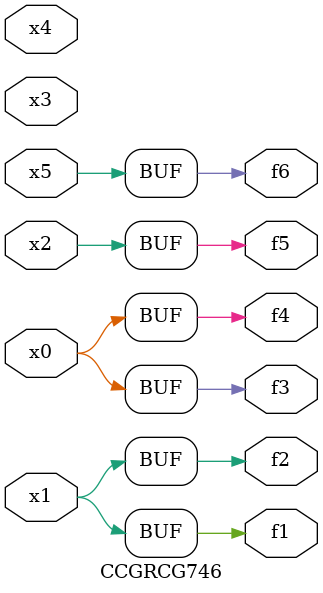
<source format=v>
module CCGRCG746(
	input x0, x1, x2, x3, x4, x5,
	output f1, f2, f3, f4, f5, f6
);
	assign f1 = x1;
	assign f2 = x1;
	assign f3 = x0;
	assign f4 = x0;
	assign f5 = x2;
	assign f6 = x5;
endmodule

</source>
